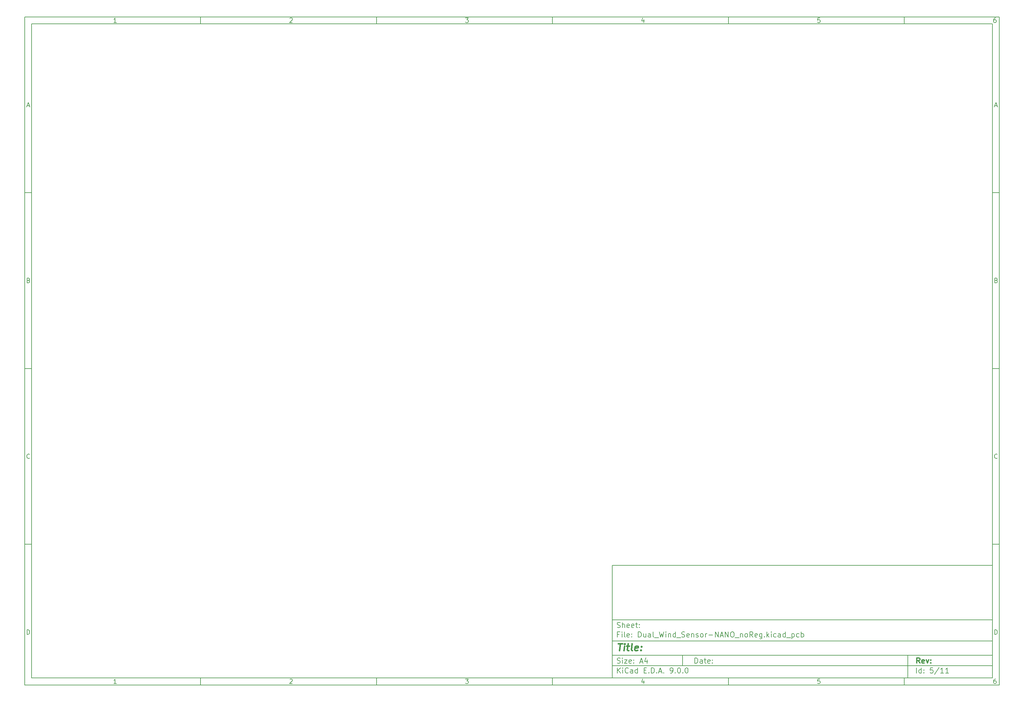
<source format=gbr>
%TF.GenerationSoftware,KiCad,Pcbnew,9.0.0*%
%TF.CreationDate,2025-05-27T12:16:38+03:00*%
%TF.ProjectId,Dual_Wind_Sensor-NANO_noReg,4475616c-5f57-4696-9e64-5f53656e736f,rev?*%
%TF.SameCoordinates,Original*%
%TF.FileFunction,Paste,Top*%
%TF.FilePolarity,Positive*%
%FSLAX46Y46*%
G04 Gerber Fmt 4.6, Leading zero omitted, Abs format (unit mm)*
G04 Created by KiCad (PCBNEW 9.0.0) date 2025-05-27 12:16:38*
%MOMM*%
%LPD*%
G01*
G04 APERTURE LIST*
%ADD10C,0.100000*%
%ADD11C,0.150000*%
%ADD12C,0.300000*%
%ADD13C,0.400000*%
G04 APERTURE END LIST*
D10*
D11*
X177002200Y-166007200D02*
X285002200Y-166007200D01*
X285002200Y-198007200D01*
X177002200Y-198007200D01*
X177002200Y-166007200D01*
D10*
D11*
X10000000Y-10000000D02*
X287002200Y-10000000D01*
X287002200Y-200007200D01*
X10000000Y-200007200D01*
X10000000Y-10000000D01*
D10*
D11*
X12000000Y-12000000D02*
X285002200Y-12000000D01*
X285002200Y-198007200D01*
X12000000Y-198007200D01*
X12000000Y-12000000D01*
D10*
D11*
X60000000Y-12000000D02*
X60000000Y-10000000D01*
D10*
D11*
X110000000Y-12000000D02*
X110000000Y-10000000D01*
D10*
D11*
X160000000Y-12000000D02*
X160000000Y-10000000D01*
D10*
D11*
X210000000Y-12000000D02*
X210000000Y-10000000D01*
D10*
D11*
X260000000Y-12000000D02*
X260000000Y-10000000D01*
D10*
D11*
X36089160Y-11593604D02*
X35346303Y-11593604D01*
X35717731Y-11593604D02*
X35717731Y-10293604D01*
X35717731Y-10293604D02*
X35593922Y-10479319D01*
X35593922Y-10479319D02*
X35470112Y-10603128D01*
X35470112Y-10603128D02*
X35346303Y-10665033D01*
D10*
D11*
X85346303Y-10417414D02*
X85408207Y-10355509D01*
X85408207Y-10355509D02*
X85532017Y-10293604D01*
X85532017Y-10293604D02*
X85841541Y-10293604D01*
X85841541Y-10293604D02*
X85965350Y-10355509D01*
X85965350Y-10355509D02*
X86027255Y-10417414D01*
X86027255Y-10417414D02*
X86089160Y-10541223D01*
X86089160Y-10541223D02*
X86089160Y-10665033D01*
X86089160Y-10665033D02*
X86027255Y-10850747D01*
X86027255Y-10850747D02*
X85284398Y-11593604D01*
X85284398Y-11593604D02*
X86089160Y-11593604D01*
D10*
D11*
X135284398Y-10293604D02*
X136089160Y-10293604D01*
X136089160Y-10293604D02*
X135655826Y-10788842D01*
X135655826Y-10788842D02*
X135841541Y-10788842D01*
X135841541Y-10788842D02*
X135965350Y-10850747D01*
X135965350Y-10850747D02*
X136027255Y-10912652D01*
X136027255Y-10912652D02*
X136089160Y-11036461D01*
X136089160Y-11036461D02*
X136089160Y-11345985D01*
X136089160Y-11345985D02*
X136027255Y-11469795D01*
X136027255Y-11469795D02*
X135965350Y-11531700D01*
X135965350Y-11531700D02*
X135841541Y-11593604D01*
X135841541Y-11593604D02*
X135470112Y-11593604D01*
X135470112Y-11593604D02*
X135346303Y-11531700D01*
X135346303Y-11531700D02*
X135284398Y-11469795D01*
D10*
D11*
X185965350Y-10726938D02*
X185965350Y-11593604D01*
X185655826Y-10231700D02*
X185346303Y-11160271D01*
X185346303Y-11160271D02*
X186151064Y-11160271D01*
D10*
D11*
X236027255Y-10293604D02*
X235408207Y-10293604D01*
X235408207Y-10293604D02*
X235346303Y-10912652D01*
X235346303Y-10912652D02*
X235408207Y-10850747D01*
X235408207Y-10850747D02*
X235532017Y-10788842D01*
X235532017Y-10788842D02*
X235841541Y-10788842D01*
X235841541Y-10788842D02*
X235965350Y-10850747D01*
X235965350Y-10850747D02*
X236027255Y-10912652D01*
X236027255Y-10912652D02*
X236089160Y-11036461D01*
X236089160Y-11036461D02*
X236089160Y-11345985D01*
X236089160Y-11345985D02*
X236027255Y-11469795D01*
X236027255Y-11469795D02*
X235965350Y-11531700D01*
X235965350Y-11531700D02*
X235841541Y-11593604D01*
X235841541Y-11593604D02*
X235532017Y-11593604D01*
X235532017Y-11593604D02*
X235408207Y-11531700D01*
X235408207Y-11531700D02*
X235346303Y-11469795D01*
D10*
D11*
X285965350Y-10293604D02*
X285717731Y-10293604D01*
X285717731Y-10293604D02*
X285593922Y-10355509D01*
X285593922Y-10355509D02*
X285532017Y-10417414D01*
X285532017Y-10417414D02*
X285408207Y-10603128D01*
X285408207Y-10603128D02*
X285346303Y-10850747D01*
X285346303Y-10850747D02*
X285346303Y-11345985D01*
X285346303Y-11345985D02*
X285408207Y-11469795D01*
X285408207Y-11469795D02*
X285470112Y-11531700D01*
X285470112Y-11531700D02*
X285593922Y-11593604D01*
X285593922Y-11593604D02*
X285841541Y-11593604D01*
X285841541Y-11593604D02*
X285965350Y-11531700D01*
X285965350Y-11531700D02*
X286027255Y-11469795D01*
X286027255Y-11469795D02*
X286089160Y-11345985D01*
X286089160Y-11345985D02*
X286089160Y-11036461D01*
X286089160Y-11036461D02*
X286027255Y-10912652D01*
X286027255Y-10912652D02*
X285965350Y-10850747D01*
X285965350Y-10850747D02*
X285841541Y-10788842D01*
X285841541Y-10788842D02*
X285593922Y-10788842D01*
X285593922Y-10788842D02*
X285470112Y-10850747D01*
X285470112Y-10850747D02*
X285408207Y-10912652D01*
X285408207Y-10912652D02*
X285346303Y-11036461D01*
D10*
D11*
X60000000Y-198007200D02*
X60000000Y-200007200D01*
D10*
D11*
X110000000Y-198007200D02*
X110000000Y-200007200D01*
D10*
D11*
X160000000Y-198007200D02*
X160000000Y-200007200D01*
D10*
D11*
X210000000Y-198007200D02*
X210000000Y-200007200D01*
D10*
D11*
X260000000Y-198007200D02*
X260000000Y-200007200D01*
D10*
D11*
X36089160Y-199600804D02*
X35346303Y-199600804D01*
X35717731Y-199600804D02*
X35717731Y-198300804D01*
X35717731Y-198300804D02*
X35593922Y-198486519D01*
X35593922Y-198486519D02*
X35470112Y-198610328D01*
X35470112Y-198610328D02*
X35346303Y-198672233D01*
D10*
D11*
X85346303Y-198424614D02*
X85408207Y-198362709D01*
X85408207Y-198362709D02*
X85532017Y-198300804D01*
X85532017Y-198300804D02*
X85841541Y-198300804D01*
X85841541Y-198300804D02*
X85965350Y-198362709D01*
X85965350Y-198362709D02*
X86027255Y-198424614D01*
X86027255Y-198424614D02*
X86089160Y-198548423D01*
X86089160Y-198548423D02*
X86089160Y-198672233D01*
X86089160Y-198672233D02*
X86027255Y-198857947D01*
X86027255Y-198857947D02*
X85284398Y-199600804D01*
X85284398Y-199600804D02*
X86089160Y-199600804D01*
D10*
D11*
X135284398Y-198300804D02*
X136089160Y-198300804D01*
X136089160Y-198300804D02*
X135655826Y-198796042D01*
X135655826Y-198796042D02*
X135841541Y-198796042D01*
X135841541Y-198796042D02*
X135965350Y-198857947D01*
X135965350Y-198857947D02*
X136027255Y-198919852D01*
X136027255Y-198919852D02*
X136089160Y-199043661D01*
X136089160Y-199043661D02*
X136089160Y-199353185D01*
X136089160Y-199353185D02*
X136027255Y-199476995D01*
X136027255Y-199476995D02*
X135965350Y-199538900D01*
X135965350Y-199538900D02*
X135841541Y-199600804D01*
X135841541Y-199600804D02*
X135470112Y-199600804D01*
X135470112Y-199600804D02*
X135346303Y-199538900D01*
X135346303Y-199538900D02*
X135284398Y-199476995D01*
D10*
D11*
X185965350Y-198734138D02*
X185965350Y-199600804D01*
X185655826Y-198238900D02*
X185346303Y-199167471D01*
X185346303Y-199167471D02*
X186151064Y-199167471D01*
D10*
D11*
X236027255Y-198300804D02*
X235408207Y-198300804D01*
X235408207Y-198300804D02*
X235346303Y-198919852D01*
X235346303Y-198919852D02*
X235408207Y-198857947D01*
X235408207Y-198857947D02*
X235532017Y-198796042D01*
X235532017Y-198796042D02*
X235841541Y-198796042D01*
X235841541Y-198796042D02*
X235965350Y-198857947D01*
X235965350Y-198857947D02*
X236027255Y-198919852D01*
X236027255Y-198919852D02*
X236089160Y-199043661D01*
X236089160Y-199043661D02*
X236089160Y-199353185D01*
X236089160Y-199353185D02*
X236027255Y-199476995D01*
X236027255Y-199476995D02*
X235965350Y-199538900D01*
X235965350Y-199538900D02*
X235841541Y-199600804D01*
X235841541Y-199600804D02*
X235532017Y-199600804D01*
X235532017Y-199600804D02*
X235408207Y-199538900D01*
X235408207Y-199538900D02*
X235346303Y-199476995D01*
D10*
D11*
X285965350Y-198300804D02*
X285717731Y-198300804D01*
X285717731Y-198300804D02*
X285593922Y-198362709D01*
X285593922Y-198362709D02*
X285532017Y-198424614D01*
X285532017Y-198424614D02*
X285408207Y-198610328D01*
X285408207Y-198610328D02*
X285346303Y-198857947D01*
X285346303Y-198857947D02*
X285346303Y-199353185D01*
X285346303Y-199353185D02*
X285408207Y-199476995D01*
X285408207Y-199476995D02*
X285470112Y-199538900D01*
X285470112Y-199538900D02*
X285593922Y-199600804D01*
X285593922Y-199600804D02*
X285841541Y-199600804D01*
X285841541Y-199600804D02*
X285965350Y-199538900D01*
X285965350Y-199538900D02*
X286027255Y-199476995D01*
X286027255Y-199476995D02*
X286089160Y-199353185D01*
X286089160Y-199353185D02*
X286089160Y-199043661D01*
X286089160Y-199043661D02*
X286027255Y-198919852D01*
X286027255Y-198919852D02*
X285965350Y-198857947D01*
X285965350Y-198857947D02*
X285841541Y-198796042D01*
X285841541Y-198796042D02*
X285593922Y-198796042D01*
X285593922Y-198796042D02*
X285470112Y-198857947D01*
X285470112Y-198857947D02*
X285408207Y-198919852D01*
X285408207Y-198919852D02*
X285346303Y-199043661D01*
D10*
D11*
X10000000Y-60000000D02*
X12000000Y-60000000D01*
D10*
D11*
X10000000Y-110000000D02*
X12000000Y-110000000D01*
D10*
D11*
X10000000Y-160000000D02*
X12000000Y-160000000D01*
D10*
D11*
X10690476Y-35222176D02*
X11309523Y-35222176D01*
X10566666Y-35593604D02*
X10999999Y-34293604D01*
X10999999Y-34293604D02*
X11433333Y-35593604D01*
D10*
D11*
X11092857Y-84912652D02*
X11278571Y-84974557D01*
X11278571Y-84974557D02*
X11340476Y-85036461D01*
X11340476Y-85036461D02*
X11402380Y-85160271D01*
X11402380Y-85160271D02*
X11402380Y-85345985D01*
X11402380Y-85345985D02*
X11340476Y-85469795D01*
X11340476Y-85469795D02*
X11278571Y-85531700D01*
X11278571Y-85531700D02*
X11154761Y-85593604D01*
X11154761Y-85593604D02*
X10659523Y-85593604D01*
X10659523Y-85593604D02*
X10659523Y-84293604D01*
X10659523Y-84293604D02*
X11092857Y-84293604D01*
X11092857Y-84293604D02*
X11216666Y-84355509D01*
X11216666Y-84355509D02*
X11278571Y-84417414D01*
X11278571Y-84417414D02*
X11340476Y-84541223D01*
X11340476Y-84541223D02*
X11340476Y-84665033D01*
X11340476Y-84665033D02*
X11278571Y-84788842D01*
X11278571Y-84788842D02*
X11216666Y-84850747D01*
X11216666Y-84850747D02*
X11092857Y-84912652D01*
X11092857Y-84912652D02*
X10659523Y-84912652D01*
D10*
D11*
X11402380Y-135469795D02*
X11340476Y-135531700D01*
X11340476Y-135531700D02*
X11154761Y-135593604D01*
X11154761Y-135593604D02*
X11030952Y-135593604D01*
X11030952Y-135593604D02*
X10845238Y-135531700D01*
X10845238Y-135531700D02*
X10721428Y-135407890D01*
X10721428Y-135407890D02*
X10659523Y-135284080D01*
X10659523Y-135284080D02*
X10597619Y-135036461D01*
X10597619Y-135036461D02*
X10597619Y-134850747D01*
X10597619Y-134850747D02*
X10659523Y-134603128D01*
X10659523Y-134603128D02*
X10721428Y-134479319D01*
X10721428Y-134479319D02*
X10845238Y-134355509D01*
X10845238Y-134355509D02*
X11030952Y-134293604D01*
X11030952Y-134293604D02*
X11154761Y-134293604D01*
X11154761Y-134293604D02*
X11340476Y-134355509D01*
X11340476Y-134355509D02*
X11402380Y-134417414D01*
D10*
D11*
X10659523Y-185593604D02*
X10659523Y-184293604D01*
X10659523Y-184293604D02*
X10969047Y-184293604D01*
X10969047Y-184293604D02*
X11154761Y-184355509D01*
X11154761Y-184355509D02*
X11278571Y-184479319D01*
X11278571Y-184479319D02*
X11340476Y-184603128D01*
X11340476Y-184603128D02*
X11402380Y-184850747D01*
X11402380Y-184850747D02*
X11402380Y-185036461D01*
X11402380Y-185036461D02*
X11340476Y-185284080D01*
X11340476Y-185284080D02*
X11278571Y-185407890D01*
X11278571Y-185407890D02*
X11154761Y-185531700D01*
X11154761Y-185531700D02*
X10969047Y-185593604D01*
X10969047Y-185593604D02*
X10659523Y-185593604D01*
D10*
D11*
X287002200Y-60000000D02*
X285002200Y-60000000D01*
D10*
D11*
X287002200Y-110000000D02*
X285002200Y-110000000D01*
D10*
D11*
X287002200Y-160000000D02*
X285002200Y-160000000D01*
D10*
D11*
X285692676Y-35222176D02*
X286311723Y-35222176D01*
X285568866Y-35593604D02*
X286002199Y-34293604D01*
X286002199Y-34293604D02*
X286435533Y-35593604D01*
D10*
D11*
X286095057Y-84912652D02*
X286280771Y-84974557D01*
X286280771Y-84974557D02*
X286342676Y-85036461D01*
X286342676Y-85036461D02*
X286404580Y-85160271D01*
X286404580Y-85160271D02*
X286404580Y-85345985D01*
X286404580Y-85345985D02*
X286342676Y-85469795D01*
X286342676Y-85469795D02*
X286280771Y-85531700D01*
X286280771Y-85531700D02*
X286156961Y-85593604D01*
X286156961Y-85593604D02*
X285661723Y-85593604D01*
X285661723Y-85593604D02*
X285661723Y-84293604D01*
X285661723Y-84293604D02*
X286095057Y-84293604D01*
X286095057Y-84293604D02*
X286218866Y-84355509D01*
X286218866Y-84355509D02*
X286280771Y-84417414D01*
X286280771Y-84417414D02*
X286342676Y-84541223D01*
X286342676Y-84541223D02*
X286342676Y-84665033D01*
X286342676Y-84665033D02*
X286280771Y-84788842D01*
X286280771Y-84788842D02*
X286218866Y-84850747D01*
X286218866Y-84850747D02*
X286095057Y-84912652D01*
X286095057Y-84912652D02*
X285661723Y-84912652D01*
D10*
D11*
X286404580Y-135469795D02*
X286342676Y-135531700D01*
X286342676Y-135531700D02*
X286156961Y-135593604D01*
X286156961Y-135593604D02*
X286033152Y-135593604D01*
X286033152Y-135593604D02*
X285847438Y-135531700D01*
X285847438Y-135531700D02*
X285723628Y-135407890D01*
X285723628Y-135407890D02*
X285661723Y-135284080D01*
X285661723Y-135284080D02*
X285599819Y-135036461D01*
X285599819Y-135036461D02*
X285599819Y-134850747D01*
X285599819Y-134850747D02*
X285661723Y-134603128D01*
X285661723Y-134603128D02*
X285723628Y-134479319D01*
X285723628Y-134479319D02*
X285847438Y-134355509D01*
X285847438Y-134355509D02*
X286033152Y-134293604D01*
X286033152Y-134293604D02*
X286156961Y-134293604D01*
X286156961Y-134293604D02*
X286342676Y-134355509D01*
X286342676Y-134355509D02*
X286404580Y-134417414D01*
D10*
D11*
X285661723Y-185593604D02*
X285661723Y-184293604D01*
X285661723Y-184293604D02*
X285971247Y-184293604D01*
X285971247Y-184293604D02*
X286156961Y-184355509D01*
X286156961Y-184355509D02*
X286280771Y-184479319D01*
X286280771Y-184479319D02*
X286342676Y-184603128D01*
X286342676Y-184603128D02*
X286404580Y-184850747D01*
X286404580Y-184850747D02*
X286404580Y-185036461D01*
X286404580Y-185036461D02*
X286342676Y-185284080D01*
X286342676Y-185284080D02*
X286280771Y-185407890D01*
X286280771Y-185407890D02*
X286156961Y-185531700D01*
X286156961Y-185531700D02*
X285971247Y-185593604D01*
X285971247Y-185593604D02*
X285661723Y-185593604D01*
D10*
D11*
X200458026Y-193793328D02*
X200458026Y-192293328D01*
X200458026Y-192293328D02*
X200815169Y-192293328D01*
X200815169Y-192293328D02*
X201029455Y-192364757D01*
X201029455Y-192364757D02*
X201172312Y-192507614D01*
X201172312Y-192507614D02*
X201243741Y-192650471D01*
X201243741Y-192650471D02*
X201315169Y-192936185D01*
X201315169Y-192936185D02*
X201315169Y-193150471D01*
X201315169Y-193150471D02*
X201243741Y-193436185D01*
X201243741Y-193436185D02*
X201172312Y-193579042D01*
X201172312Y-193579042D02*
X201029455Y-193721900D01*
X201029455Y-193721900D02*
X200815169Y-193793328D01*
X200815169Y-193793328D02*
X200458026Y-193793328D01*
X202600884Y-193793328D02*
X202600884Y-193007614D01*
X202600884Y-193007614D02*
X202529455Y-192864757D01*
X202529455Y-192864757D02*
X202386598Y-192793328D01*
X202386598Y-192793328D02*
X202100884Y-192793328D01*
X202100884Y-192793328D02*
X201958026Y-192864757D01*
X202600884Y-193721900D02*
X202458026Y-193793328D01*
X202458026Y-193793328D02*
X202100884Y-193793328D01*
X202100884Y-193793328D02*
X201958026Y-193721900D01*
X201958026Y-193721900D02*
X201886598Y-193579042D01*
X201886598Y-193579042D02*
X201886598Y-193436185D01*
X201886598Y-193436185D02*
X201958026Y-193293328D01*
X201958026Y-193293328D02*
X202100884Y-193221900D01*
X202100884Y-193221900D02*
X202458026Y-193221900D01*
X202458026Y-193221900D02*
X202600884Y-193150471D01*
X203100884Y-192793328D02*
X203672312Y-192793328D01*
X203315169Y-192293328D02*
X203315169Y-193579042D01*
X203315169Y-193579042D02*
X203386598Y-193721900D01*
X203386598Y-193721900D02*
X203529455Y-193793328D01*
X203529455Y-193793328D02*
X203672312Y-193793328D01*
X204743741Y-193721900D02*
X204600884Y-193793328D01*
X204600884Y-193793328D02*
X204315170Y-193793328D01*
X204315170Y-193793328D02*
X204172312Y-193721900D01*
X204172312Y-193721900D02*
X204100884Y-193579042D01*
X204100884Y-193579042D02*
X204100884Y-193007614D01*
X204100884Y-193007614D02*
X204172312Y-192864757D01*
X204172312Y-192864757D02*
X204315170Y-192793328D01*
X204315170Y-192793328D02*
X204600884Y-192793328D01*
X204600884Y-192793328D02*
X204743741Y-192864757D01*
X204743741Y-192864757D02*
X204815170Y-193007614D01*
X204815170Y-193007614D02*
X204815170Y-193150471D01*
X204815170Y-193150471D02*
X204100884Y-193293328D01*
X205458026Y-193650471D02*
X205529455Y-193721900D01*
X205529455Y-193721900D02*
X205458026Y-193793328D01*
X205458026Y-193793328D02*
X205386598Y-193721900D01*
X205386598Y-193721900D02*
X205458026Y-193650471D01*
X205458026Y-193650471D02*
X205458026Y-193793328D01*
X205458026Y-192864757D02*
X205529455Y-192936185D01*
X205529455Y-192936185D02*
X205458026Y-193007614D01*
X205458026Y-193007614D02*
X205386598Y-192936185D01*
X205386598Y-192936185D02*
X205458026Y-192864757D01*
X205458026Y-192864757D02*
X205458026Y-193007614D01*
D10*
D11*
X177002200Y-194507200D02*
X285002200Y-194507200D01*
D10*
D11*
X178458026Y-196593328D02*
X178458026Y-195093328D01*
X179315169Y-196593328D02*
X178672312Y-195736185D01*
X179315169Y-195093328D02*
X178458026Y-195950471D01*
X179958026Y-196593328D02*
X179958026Y-195593328D01*
X179958026Y-195093328D02*
X179886598Y-195164757D01*
X179886598Y-195164757D02*
X179958026Y-195236185D01*
X179958026Y-195236185D02*
X180029455Y-195164757D01*
X180029455Y-195164757D02*
X179958026Y-195093328D01*
X179958026Y-195093328D02*
X179958026Y-195236185D01*
X181529455Y-196450471D02*
X181458027Y-196521900D01*
X181458027Y-196521900D02*
X181243741Y-196593328D01*
X181243741Y-196593328D02*
X181100884Y-196593328D01*
X181100884Y-196593328D02*
X180886598Y-196521900D01*
X180886598Y-196521900D02*
X180743741Y-196379042D01*
X180743741Y-196379042D02*
X180672312Y-196236185D01*
X180672312Y-196236185D02*
X180600884Y-195950471D01*
X180600884Y-195950471D02*
X180600884Y-195736185D01*
X180600884Y-195736185D02*
X180672312Y-195450471D01*
X180672312Y-195450471D02*
X180743741Y-195307614D01*
X180743741Y-195307614D02*
X180886598Y-195164757D01*
X180886598Y-195164757D02*
X181100884Y-195093328D01*
X181100884Y-195093328D02*
X181243741Y-195093328D01*
X181243741Y-195093328D02*
X181458027Y-195164757D01*
X181458027Y-195164757D02*
X181529455Y-195236185D01*
X182815170Y-196593328D02*
X182815170Y-195807614D01*
X182815170Y-195807614D02*
X182743741Y-195664757D01*
X182743741Y-195664757D02*
X182600884Y-195593328D01*
X182600884Y-195593328D02*
X182315170Y-195593328D01*
X182315170Y-195593328D02*
X182172312Y-195664757D01*
X182815170Y-196521900D02*
X182672312Y-196593328D01*
X182672312Y-196593328D02*
X182315170Y-196593328D01*
X182315170Y-196593328D02*
X182172312Y-196521900D01*
X182172312Y-196521900D02*
X182100884Y-196379042D01*
X182100884Y-196379042D02*
X182100884Y-196236185D01*
X182100884Y-196236185D02*
X182172312Y-196093328D01*
X182172312Y-196093328D02*
X182315170Y-196021900D01*
X182315170Y-196021900D02*
X182672312Y-196021900D01*
X182672312Y-196021900D02*
X182815170Y-195950471D01*
X184172313Y-196593328D02*
X184172313Y-195093328D01*
X184172313Y-196521900D02*
X184029455Y-196593328D01*
X184029455Y-196593328D02*
X183743741Y-196593328D01*
X183743741Y-196593328D02*
X183600884Y-196521900D01*
X183600884Y-196521900D02*
X183529455Y-196450471D01*
X183529455Y-196450471D02*
X183458027Y-196307614D01*
X183458027Y-196307614D02*
X183458027Y-195879042D01*
X183458027Y-195879042D02*
X183529455Y-195736185D01*
X183529455Y-195736185D02*
X183600884Y-195664757D01*
X183600884Y-195664757D02*
X183743741Y-195593328D01*
X183743741Y-195593328D02*
X184029455Y-195593328D01*
X184029455Y-195593328D02*
X184172313Y-195664757D01*
X186029455Y-195807614D02*
X186529455Y-195807614D01*
X186743741Y-196593328D02*
X186029455Y-196593328D01*
X186029455Y-196593328D02*
X186029455Y-195093328D01*
X186029455Y-195093328D02*
X186743741Y-195093328D01*
X187386598Y-196450471D02*
X187458027Y-196521900D01*
X187458027Y-196521900D02*
X187386598Y-196593328D01*
X187386598Y-196593328D02*
X187315170Y-196521900D01*
X187315170Y-196521900D02*
X187386598Y-196450471D01*
X187386598Y-196450471D02*
X187386598Y-196593328D01*
X188100884Y-196593328D02*
X188100884Y-195093328D01*
X188100884Y-195093328D02*
X188458027Y-195093328D01*
X188458027Y-195093328D02*
X188672313Y-195164757D01*
X188672313Y-195164757D02*
X188815170Y-195307614D01*
X188815170Y-195307614D02*
X188886599Y-195450471D01*
X188886599Y-195450471D02*
X188958027Y-195736185D01*
X188958027Y-195736185D02*
X188958027Y-195950471D01*
X188958027Y-195950471D02*
X188886599Y-196236185D01*
X188886599Y-196236185D02*
X188815170Y-196379042D01*
X188815170Y-196379042D02*
X188672313Y-196521900D01*
X188672313Y-196521900D02*
X188458027Y-196593328D01*
X188458027Y-196593328D02*
X188100884Y-196593328D01*
X189600884Y-196450471D02*
X189672313Y-196521900D01*
X189672313Y-196521900D02*
X189600884Y-196593328D01*
X189600884Y-196593328D02*
X189529456Y-196521900D01*
X189529456Y-196521900D02*
X189600884Y-196450471D01*
X189600884Y-196450471D02*
X189600884Y-196593328D01*
X190243742Y-196164757D02*
X190958028Y-196164757D01*
X190100885Y-196593328D02*
X190600885Y-195093328D01*
X190600885Y-195093328D02*
X191100885Y-196593328D01*
X191600884Y-196450471D02*
X191672313Y-196521900D01*
X191672313Y-196521900D02*
X191600884Y-196593328D01*
X191600884Y-196593328D02*
X191529456Y-196521900D01*
X191529456Y-196521900D02*
X191600884Y-196450471D01*
X191600884Y-196450471D02*
X191600884Y-196593328D01*
X193529456Y-196593328D02*
X193815170Y-196593328D01*
X193815170Y-196593328D02*
X193958027Y-196521900D01*
X193958027Y-196521900D02*
X194029456Y-196450471D01*
X194029456Y-196450471D02*
X194172313Y-196236185D01*
X194172313Y-196236185D02*
X194243742Y-195950471D01*
X194243742Y-195950471D02*
X194243742Y-195379042D01*
X194243742Y-195379042D02*
X194172313Y-195236185D01*
X194172313Y-195236185D02*
X194100885Y-195164757D01*
X194100885Y-195164757D02*
X193958027Y-195093328D01*
X193958027Y-195093328D02*
X193672313Y-195093328D01*
X193672313Y-195093328D02*
X193529456Y-195164757D01*
X193529456Y-195164757D02*
X193458027Y-195236185D01*
X193458027Y-195236185D02*
X193386599Y-195379042D01*
X193386599Y-195379042D02*
X193386599Y-195736185D01*
X193386599Y-195736185D02*
X193458027Y-195879042D01*
X193458027Y-195879042D02*
X193529456Y-195950471D01*
X193529456Y-195950471D02*
X193672313Y-196021900D01*
X193672313Y-196021900D02*
X193958027Y-196021900D01*
X193958027Y-196021900D02*
X194100885Y-195950471D01*
X194100885Y-195950471D02*
X194172313Y-195879042D01*
X194172313Y-195879042D02*
X194243742Y-195736185D01*
X194886598Y-196450471D02*
X194958027Y-196521900D01*
X194958027Y-196521900D02*
X194886598Y-196593328D01*
X194886598Y-196593328D02*
X194815170Y-196521900D01*
X194815170Y-196521900D02*
X194886598Y-196450471D01*
X194886598Y-196450471D02*
X194886598Y-196593328D01*
X195886599Y-195093328D02*
X196029456Y-195093328D01*
X196029456Y-195093328D02*
X196172313Y-195164757D01*
X196172313Y-195164757D02*
X196243742Y-195236185D01*
X196243742Y-195236185D02*
X196315170Y-195379042D01*
X196315170Y-195379042D02*
X196386599Y-195664757D01*
X196386599Y-195664757D02*
X196386599Y-196021900D01*
X196386599Y-196021900D02*
X196315170Y-196307614D01*
X196315170Y-196307614D02*
X196243742Y-196450471D01*
X196243742Y-196450471D02*
X196172313Y-196521900D01*
X196172313Y-196521900D02*
X196029456Y-196593328D01*
X196029456Y-196593328D02*
X195886599Y-196593328D01*
X195886599Y-196593328D02*
X195743742Y-196521900D01*
X195743742Y-196521900D02*
X195672313Y-196450471D01*
X195672313Y-196450471D02*
X195600884Y-196307614D01*
X195600884Y-196307614D02*
X195529456Y-196021900D01*
X195529456Y-196021900D02*
X195529456Y-195664757D01*
X195529456Y-195664757D02*
X195600884Y-195379042D01*
X195600884Y-195379042D02*
X195672313Y-195236185D01*
X195672313Y-195236185D02*
X195743742Y-195164757D01*
X195743742Y-195164757D02*
X195886599Y-195093328D01*
X197029455Y-196450471D02*
X197100884Y-196521900D01*
X197100884Y-196521900D02*
X197029455Y-196593328D01*
X197029455Y-196593328D02*
X196958027Y-196521900D01*
X196958027Y-196521900D02*
X197029455Y-196450471D01*
X197029455Y-196450471D02*
X197029455Y-196593328D01*
X198029456Y-195093328D02*
X198172313Y-195093328D01*
X198172313Y-195093328D02*
X198315170Y-195164757D01*
X198315170Y-195164757D02*
X198386599Y-195236185D01*
X198386599Y-195236185D02*
X198458027Y-195379042D01*
X198458027Y-195379042D02*
X198529456Y-195664757D01*
X198529456Y-195664757D02*
X198529456Y-196021900D01*
X198529456Y-196021900D02*
X198458027Y-196307614D01*
X198458027Y-196307614D02*
X198386599Y-196450471D01*
X198386599Y-196450471D02*
X198315170Y-196521900D01*
X198315170Y-196521900D02*
X198172313Y-196593328D01*
X198172313Y-196593328D02*
X198029456Y-196593328D01*
X198029456Y-196593328D02*
X197886599Y-196521900D01*
X197886599Y-196521900D02*
X197815170Y-196450471D01*
X197815170Y-196450471D02*
X197743741Y-196307614D01*
X197743741Y-196307614D02*
X197672313Y-196021900D01*
X197672313Y-196021900D02*
X197672313Y-195664757D01*
X197672313Y-195664757D02*
X197743741Y-195379042D01*
X197743741Y-195379042D02*
X197815170Y-195236185D01*
X197815170Y-195236185D02*
X197886599Y-195164757D01*
X197886599Y-195164757D02*
X198029456Y-195093328D01*
D10*
D11*
X177002200Y-191507200D02*
X285002200Y-191507200D01*
D10*
D12*
X264413853Y-193785528D02*
X263913853Y-193071242D01*
X263556710Y-193785528D02*
X263556710Y-192285528D01*
X263556710Y-192285528D02*
X264128139Y-192285528D01*
X264128139Y-192285528D02*
X264270996Y-192356957D01*
X264270996Y-192356957D02*
X264342425Y-192428385D01*
X264342425Y-192428385D02*
X264413853Y-192571242D01*
X264413853Y-192571242D02*
X264413853Y-192785528D01*
X264413853Y-192785528D02*
X264342425Y-192928385D01*
X264342425Y-192928385D02*
X264270996Y-192999814D01*
X264270996Y-192999814D02*
X264128139Y-193071242D01*
X264128139Y-193071242D02*
X263556710Y-193071242D01*
X265628139Y-193714100D02*
X265485282Y-193785528D01*
X265485282Y-193785528D02*
X265199568Y-193785528D01*
X265199568Y-193785528D02*
X265056710Y-193714100D01*
X265056710Y-193714100D02*
X264985282Y-193571242D01*
X264985282Y-193571242D02*
X264985282Y-192999814D01*
X264985282Y-192999814D02*
X265056710Y-192856957D01*
X265056710Y-192856957D02*
X265199568Y-192785528D01*
X265199568Y-192785528D02*
X265485282Y-192785528D01*
X265485282Y-192785528D02*
X265628139Y-192856957D01*
X265628139Y-192856957D02*
X265699568Y-192999814D01*
X265699568Y-192999814D02*
X265699568Y-193142671D01*
X265699568Y-193142671D02*
X264985282Y-193285528D01*
X266199567Y-192785528D02*
X266556710Y-193785528D01*
X266556710Y-193785528D02*
X266913853Y-192785528D01*
X267485281Y-193642671D02*
X267556710Y-193714100D01*
X267556710Y-193714100D02*
X267485281Y-193785528D01*
X267485281Y-193785528D02*
X267413853Y-193714100D01*
X267413853Y-193714100D02*
X267485281Y-193642671D01*
X267485281Y-193642671D02*
X267485281Y-193785528D01*
X267485281Y-192856957D02*
X267556710Y-192928385D01*
X267556710Y-192928385D02*
X267485281Y-192999814D01*
X267485281Y-192999814D02*
X267413853Y-192928385D01*
X267413853Y-192928385D02*
X267485281Y-192856957D01*
X267485281Y-192856957D02*
X267485281Y-192999814D01*
D10*
D11*
X178386598Y-193721900D02*
X178600884Y-193793328D01*
X178600884Y-193793328D02*
X178958026Y-193793328D01*
X178958026Y-193793328D02*
X179100884Y-193721900D01*
X179100884Y-193721900D02*
X179172312Y-193650471D01*
X179172312Y-193650471D02*
X179243741Y-193507614D01*
X179243741Y-193507614D02*
X179243741Y-193364757D01*
X179243741Y-193364757D02*
X179172312Y-193221900D01*
X179172312Y-193221900D02*
X179100884Y-193150471D01*
X179100884Y-193150471D02*
X178958026Y-193079042D01*
X178958026Y-193079042D02*
X178672312Y-193007614D01*
X178672312Y-193007614D02*
X178529455Y-192936185D01*
X178529455Y-192936185D02*
X178458026Y-192864757D01*
X178458026Y-192864757D02*
X178386598Y-192721900D01*
X178386598Y-192721900D02*
X178386598Y-192579042D01*
X178386598Y-192579042D02*
X178458026Y-192436185D01*
X178458026Y-192436185D02*
X178529455Y-192364757D01*
X178529455Y-192364757D02*
X178672312Y-192293328D01*
X178672312Y-192293328D02*
X179029455Y-192293328D01*
X179029455Y-192293328D02*
X179243741Y-192364757D01*
X179886597Y-193793328D02*
X179886597Y-192793328D01*
X179886597Y-192293328D02*
X179815169Y-192364757D01*
X179815169Y-192364757D02*
X179886597Y-192436185D01*
X179886597Y-192436185D02*
X179958026Y-192364757D01*
X179958026Y-192364757D02*
X179886597Y-192293328D01*
X179886597Y-192293328D02*
X179886597Y-192436185D01*
X180458026Y-192793328D02*
X181243741Y-192793328D01*
X181243741Y-192793328D02*
X180458026Y-193793328D01*
X180458026Y-193793328D02*
X181243741Y-193793328D01*
X182386598Y-193721900D02*
X182243741Y-193793328D01*
X182243741Y-193793328D02*
X181958027Y-193793328D01*
X181958027Y-193793328D02*
X181815169Y-193721900D01*
X181815169Y-193721900D02*
X181743741Y-193579042D01*
X181743741Y-193579042D02*
X181743741Y-193007614D01*
X181743741Y-193007614D02*
X181815169Y-192864757D01*
X181815169Y-192864757D02*
X181958027Y-192793328D01*
X181958027Y-192793328D02*
X182243741Y-192793328D01*
X182243741Y-192793328D02*
X182386598Y-192864757D01*
X182386598Y-192864757D02*
X182458027Y-193007614D01*
X182458027Y-193007614D02*
X182458027Y-193150471D01*
X182458027Y-193150471D02*
X181743741Y-193293328D01*
X183100883Y-193650471D02*
X183172312Y-193721900D01*
X183172312Y-193721900D02*
X183100883Y-193793328D01*
X183100883Y-193793328D02*
X183029455Y-193721900D01*
X183029455Y-193721900D02*
X183100883Y-193650471D01*
X183100883Y-193650471D02*
X183100883Y-193793328D01*
X183100883Y-192864757D02*
X183172312Y-192936185D01*
X183172312Y-192936185D02*
X183100883Y-193007614D01*
X183100883Y-193007614D02*
X183029455Y-192936185D01*
X183029455Y-192936185D02*
X183100883Y-192864757D01*
X183100883Y-192864757D02*
X183100883Y-193007614D01*
X184886598Y-193364757D02*
X185600884Y-193364757D01*
X184743741Y-193793328D02*
X185243741Y-192293328D01*
X185243741Y-192293328D02*
X185743741Y-193793328D01*
X186886598Y-192793328D02*
X186886598Y-193793328D01*
X186529455Y-192221900D02*
X186172312Y-193293328D01*
X186172312Y-193293328D02*
X187100883Y-193293328D01*
D10*
D11*
X263458026Y-196593328D02*
X263458026Y-195093328D01*
X264815170Y-196593328D02*
X264815170Y-195093328D01*
X264815170Y-196521900D02*
X264672312Y-196593328D01*
X264672312Y-196593328D02*
X264386598Y-196593328D01*
X264386598Y-196593328D02*
X264243741Y-196521900D01*
X264243741Y-196521900D02*
X264172312Y-196450471D01*
X264172312Y-196450471D02*
X264100884Y-196307614D01*
X264100884Y-196307614D02*
X264100884Y-195879042D01*
X264100884Y-195879042D02*
X264172312Y-195736185D01*
X264172312Y-195736185D02*
X264243741Y-195664757D01*
X264243741Y-195664757D02*
X264386598Y-195593328D01*
X264386598Y-195593328D02*
X264672312Y-195593328D01*
X264672312Y-195593328D02*
X264815170Y-195664757D01*
X265529455Y-196450471D02*
X265600884Y-196521900D01*
X265600884Y-196521900D02*
X265529455Y-196593328D01*
X265529455Y-196593328D02*
X265458027Y-196521900D01*
X265458027Y-196521900D02*
X265529455Y-196450471D01*
X265529455Y-196450471D02*
X265529455Y-196593328D01*
X265529455Y-195664757D02*
X265600884Y-195736185D01*
X265600884Y-195736185D02*
X265529455Y-195807614D01*
X265529455Y-195807614D02*
X265458027Y-195736185D01*
X265458027Y-195736185D02*
X265529455Y-195664757D01*
X265529455Y-195664757D02*
X265529455Y-195807614D01*
X268100884Y-195093328D02*
X267386598Y-195093328D01*
X267386598Y-195093328D02*
X267315170Y-195807614D01*
X267315170Y-195807614D02*
X267386598Y-195736185D01*
X267386598Y-195736185D02*
X267529456Y-195664757D01*
X267529456Y-195664757D02*
X267886598Y-195664757D01*
X267886598Y-195664757D02*
X268029456Y-195736185D01*
X268029456Y-195736185D02*
X268100884Y-195807614D01*
X268100884Y-195807614D02*
X268172313Y-195950471D01*
X268172313Y-195950471D02*
X268172313Y-196307614D01*
X268172313Y-196307614D02*
X268100884Y-196450471D01*
X268100884Y-196450471D02*
X268029456Y-196521900D01*
X268029456Y-196521900D02*
X267886598Y-196593328D01*
X267886598Y-196593328D02*
X267529456Y-196593328D01*
X267529456Y-196593328D02*
X267386598Y-196521900D01*
X267386598Y-196521900D02*
X267315170Y-196450471D01*
X269886598Y-195021900D02*
X268600884Y-196950471D01*
X271172313Y-196593328D02*
X270315170Y-196593328D01*
X270743741Y-196593328D02*
X270743741Y-195093328D01*
X270743741Y-195093328D02*
X270600884Y-195307614D01*
X270600884Y-195307614D02*
X270458027Y-195450471D01*
X270458027Y-195450471D02*
X270315170Y-195521900D01*
X272600884Y-196593328D02*
X271743741Y-196593328D01*
X272172312Y-196593328D02*
X272172312Y-195093328D01*
X272172312Y-195093328D02*
X272029455Y-195307614D01*
X272029455Y-195307614D02*
X271886598Y-195450471D01*
X271886598Y-195450471D02*
X271743741Y-195521900D01*
D10*
D11*
X177002200Y-187507200D02*
X285002200Y-187507200D01*
D10*
D13*
X178693928Y-188211638D02*
X179836785Y-188211638D01*
X179015357Y-190211638D02*
X179265357Y-188211638D01*
X180253452Y-190211638D02*
X180420119Y-188878304D01*
X180503452Y-188211638D02*
X180396309Y-188306876D01*
X180396309Y-188306876D02*
X180479643Y-188402114D01*
X180479643Y-188402114D02*
X180586786Y-188306876D01*
X180586786Y-188306876D02*
X180503452Y-188211638D01*
X180503452Y-188211638D02*
X180479643Y-188402114D01*
X181086786Y-188878304D02*
X181848690Y-188878304D01*
X181455833Y-188211638D02*
X181241548Y-189925923D01*
X181241548Y-189925923D02*
X181312976Y-190116400D01*
X181312976Y-190116400D02*
X181491548Y-190211638D01*
X181491548Y-190211638D02*
X181682024Y-190211638D01*
X182634405Y-190211638D02*
X182455833Y-190116400D01*
X182455833Y-190116400D02*
X182384405Y-189925923D01*
X182384405Y-189925923D02*
X182598690Y-188211638D01*
X184170119Y-190116400D02*
X183967738Y-190211638D01*
X183967738Y-190211638D02*
X183586785Y-190211638D01*
X183586785Y-190211638D02*
X183408214Y-190116400D01*
X183408214Y-190116400D02*
X183336785Y-189925923D01*
X183336785Y-189925923D02*
X183432024Y-189164019D01*
X183432024Y-189164019D02*
X183551071Y-188973542D01*
X183551071Y-188973542D02*
X183753452Y-188878304D01*
X183753452Y-188878304D02*
X184134404Y-188878304D01*
X184134404Y-188878304D02*
X184312976Y-188973542D01*
X184312976Y-188973542D02*
X184384404Y-189164019D01*
X184384404Y-189164019D02*
X184360595Y-189354495D01*
X184360595Y-189354495D02*
X183384404Y-189544971D01*
X185134405Y-190021161D02*
X185217738Y-190116400D01*
X185217738Y-190116400D02*
X185110595Y-190211638D01*
X185110595Y-190211638D02*
X185027262Y-190116400D01*
X185027262Y-190116400D02*
X185134405Y-190021161D01*
X185134405Y-190021161D02*
X185110595Y-190211638D01*
X185265357Y-188973542D02*
X185348690Y-189068780D01*
X185348690Y-189068780D02*
X185241548Y-189164019D01*
X185241548Y-189164019D02*
X185158214Y-189068780D01*
X185158214Y-189068780D02*
X185265357Y-188973542D01*
X185265357Y-188973542D02*
X185241548Y-189164019D01*
D10*
D11*
X178958026Y-185607614D02*
X178458026Y-185607614D01*
X178458026Y-186393328D02*
X178458026Y-184893328D01*
X178458026Y-184893328D02*
X179172312Y-184893328D01*
X179743740Y-186393328D02*
X179743740Y-185393328D01*
X179743740Y-184893328D02*
X179672312Y-184964757D01*
X179672312Y-184964757D02*
X179743740Y-185036185D01*
X179743740Y-185036185D02*
X179815169Y-184964757D01*
X179815169Y-184964757D02*
X179743740Y-184893328D01*
X179743740Y-184893328D02*
X179743740Y-185036185D01*
X180672312Y-186393328D02*
X180529455Y-186321900D01*
X180529455Y-186321900D02*
X180458026Y-186179042D01*
X180458026Y-186179042D02*
X180458026Y-184893328D01*
X181815169Y-186321900D02*
X181672312Y-186393328D01*
X181672312Y-186393328D02*
X181386598Y-186393328D01*
X181386598Y-186393328D02*
X181243740Y-186321900D01*
X181243740Y-186321900D02*
X181172312Y-186179042D01*
X181172312Y-186179042D02*
X181172312Y-185607614D01*
X181172312Y-185607614D02*
X181243740Y-185464757D01*
X181243740Y-185464757D02*
X181386598Y-185393328D01*
X181386598Y-185393328D02*
X181672312Y-185393328D01*
X181672312Y-185393328D02*
X181815169Y-185464757D01*
X181815169Y-185464757D02*
X181886598Y-185607614D01*
X181886598Y-185607614D02*
X181886598Y-185750471D01*
X181886598Y-185750471D02*
X181172312Y-185893328D01*
X182529454Y-186250471D02*
X182600883Y-186321900D01*
X182600883Y-186321900D02*
X182529454Y-186393328D01*
X182529454Y-186393328D02*
X182458026Y-186321900D01*
X182458026Y-186321900D02*
X182529454Y-186250471D01*
X182529454Y-186250471D02*
X182529454Y-186393328D01*
X182529454Y-185464757D02*
X182600883Y-185536185D01*
X182600883Y-185536185D02*
X182529454Y-185607614D01*
X182529454Y-185607614D02*
X182458026Y-185536185D01*
X182458026Y-185536185D02*
X182529454Y-185464757D01*
X182529454Y-185464757D02*
X182529454Y-185607614D01*
X184386597Y-186393328D02*
X184386597Y-184893328D01*
X184386597Y-184893328D02*
X184743740Y-184893328D01*
X184743740Y-184893328D02*
X184958026Y-184964757D01*
X184958026Y-184964757D02*
X185100883Y-185107614D01*
X185100883Y-185107614D02*
X185172312Y-185250471D01*
X185172312Y-185250471D02*
X185243740Y-185536185D01*
X185243740Y-185536185D02*
X185243740Y-185750471D01*
X185243740Y-185750471D02*
X185172312Y-186036185D01*
X185172312Y-186036185D02*
X185100883Y-186179042D01*
X185100883Y-186179042D02*
X184958026Y-186321900D01*
X184958026Y-186321900D02*
X184743740Y-186393328D01*
X184743740Y-186393328D02*
X184386597Y-186393328D01*
X186529455Y-185393328D02*
X186529455Y-186393328D01*
X185886597Y-185393328D02*
X185886597Y-186179042D01*
X185886597Y-186179042D02*
X185958026Y-186321900D01*
X185958026Y-186321900D02*
X186100883Y-186393328D01*
X186100883Y-186393328D02*
X186315169Y-186393328D01*
X186315169Y-186393328D02*
X186458026Y-186321900D01*
X186458026Y-186321900D02*
X186529455Y-186250471D01*
X187886598Y-186393328D02*
X187886598Y-185607614D01*
X187886598Y-185607614D02*
X187815169Y-185464757D01*
X187815169Y-185464757D02*
X187672312Y-185393328D01*
X187672312Y-185393328D02*
X187386598Y-185393328D01*
X187386598Y-185393328D02*
X187243740Y-185464757D01*
X187886598Y-186321900D02*
X187743740Y-186393328D01*
X187743740Y-186393328D02*
X187386598Y-186393328D01*
X187386598Y-186393328D02*
X187243740Y-186321900D01*
X187243740Y-186321900D02*
X187172312Y-186179042D01*
X187172312Y-186179042D02*
X187172312Y-186036185D01*
X187172312Y-186036185D02*
X187243740Y-185893328D01*
X187243740Y-185893328D02*
X187386598Y-185821900D01*
X187386598Y-185821900D02*
X187743740Y-185821900D01*
X187743740Y-185821900D02*
X187886598Y-185750471D01*
X188815169Y-186393328D02*
X188672312Y-186321900D01*
X188672312Y-186321900D02*
X188600883Y-186179042D01*
X188600883Y-186179042D02*
X188600883Y-184893328D01*
X189029455Y-186536185D02*
X190172312Y-186536185D01*
X190386597Y-184893328D02*
X190743740Y-186393328D01*
X190743740Y-186393328D02*
X191029454Y-185321900D01*
X191029454Y-185321900D02*
X191315169Y-186393328D01*
X191315169Y-186393328D02*
X191672312Y-184893328D01*
X192243740Y-186393328D02*
X192243740Y-185393328D01*
X192243740Y-184893328D02*
X192172312Y-184964757D01*
X192172312Y-184964757D02*
X192243740Y-185036185D01*
X192243740Y-185036185D02*
X192315169Y-184964757D01*
X192315169Y-184964757D02*
X192243740Y-184893328D01*
X192243740Y-184893328D02*
X192243740Y-185036185D01*
X192958026Y-185393328D02*
X192958026Y-186393328D01*
X192958026Y-185536185D02*
X193029455Y-185464757D01*
X193029455Y-185464757D02*
X193172312Y-185393328D01*
X193172312Y-185393328D02*
X193386598Y-185393328D01*
X193386598Y-185393328D02*
X193529455Y-185464757D01*
X193529455Y-185464757D02*
X193600884Y-185607614D01*
X193600884Y-185607614D02*
X193600884Y-186393328D01*
X194958027Y-186393328D02*
X194958027Y-184893328D01*
X194958027Y-186321900D02*
X194815169Y-186393328D01*
X194815169Y-186393328D02*
X194529455Y-186393328D01*
X194529455Y-186393328D02*
X194386598Y-186321900D01*
X194386598Y-186321900D02*
X194315169Y-186250471D01*
X194315169Y-186250471D02*
X194243741Y-186107614D01*
X194243741Y-186107614D02*
X194243741Y-185679042D01*
X194243741Y-185679042D02*
X194315169Y-185536185D01*
X194315169Y-185536185D02*
X194386598Y-185464757D01*
X194386598Y-185464757D02*
X194529455Y-185393328D01*
X194529455Y-185393328D02*
X194815169Y-185393328D01*
X194815169Y-185393328D02*
X194958027Y-185464757D01*
X195315170Y-186536185D02*
X196458027Y-186536185D01*
X196743741Y-186321900D02*
X196958027Y-186393328D01*
X196958027Y-186393328D02*
X197315169Y-186393328D01*
X197315169Y-186393328D02*
X197458027Y-186321900D01*
X197458027Y-186321900D02*
X197529455Y-186250471D01*
X197529455Y-186250471D02*
X197600884Y-186107614D01*
X197600884Y-186107614D02*
X197600884Y-185964757D01*
X197600884Y-185964757D02*
X197529455Y-185821900D01*
X197529455Y-185821900D02*
X197458027Y-185750471D01*
X197458027Y-185750471D02*
X197315169Y-185679042D01*
X197315169Y-185679042D02*
X197029455Y-185607614D01*
X197029455Y-185607614D02*
X196886598Y-185536185D01*
X196886598Y-185536185D02*
X196815169Y-185464757D01*
X196815169Y-185464757D02*
X196743741Y-185321900D01*
X196743741Y-185321900D02*
X196743741Y-185179042D01*
X196743741Y-185179042D02*
X196815169Y-185036185D01*
X196815169Y-185036185D02*
X196886598Y-184964757D01*
X196886598Y-184964757D02*
X197029455Y-184893328D01*
X197029455Y-184893328D02*
X197386598Y-184893328D01*
X197386598Y-184893328D02*
X197600884Y-184964757D01*
X198815169Y-186321900D02*
X198672312Y-186393328D01*
X198672312Y-186393328D02*
X198386598Y-186393328D01*
X198386598Y-186393328D02*
X198243740Y-186321900D01*
X198243740Y-186321900D02*
X198172312Y-186179042D01*
X198172312Y-186179042D02*
X198172312Y-185607614D01*
X198172312Y-185607614D02*
X198243740Y-185464757D01*
X198243740Y-185464757D02*
X198386598Y-185393328D01*
X198386598Y-185393328D02*
X198672312Y-185393328D01*
X198672312Y-185393328D02*
X198815169Y-185464757D01*
X198815169Y-185464757D02*
X198886598Y-185607614D01*
X198886598Y-185607614D02*
X198886598Y-185750471D01*
X198886598Y-185750471D02*
X198172312Y-185893328D01*
X199529454Y-185393328D02*
X199529454Y-186393328D01*
X199529454Y-185536185D02*
X199600883Y-185464757D01*
X199600883Y-185464757D02*
X199743740Y-185393328D01*
X199743740Y-185393328D02*
X199958026Y-185393328D01*
X199958026Y-185393328D02*
X200100883Y-185464757D01*
X200100883Y-185464757D02*
X200172312Y-185607614D01*
X200172312Y-185607614D02*
X200172312Y-186393328D01*
X200815169Y-186321900D02*
X200958026Y-186393328D01*
X200958026Y-186393328D02*
X201243740Y-186393328D01*
X201243740Y-186393328D02*
X201386597Y-186321900D01*
X201386597Y-186321900D02*
X201458026Y-186179042D01*
X201458026Y-186179042D02*
X201458026Y-186107614D01*
X201458026Y-186107614D02*
X201386597Y-185964757D01*
X201386597Y-185964757D02*
X201243740Y-185893328D01*
X201243740Y-185893328D02*
X201029455Y-185893328D01*
X201029455Y-185893328D02*
X200886597Y-185821900D01*
X200886597Y-185821900D02*
X200815169Y-185679042D01*
X200815169Y-185679042D02*
X200815169Y-185607614D01*
X200815169Y-185607614D02*
X200886597Y-185464757D01*
X200886597Y-185464757D02*
X201029455Y-185393328D01*
X201029455Y-185393328D02*
X201243740Y-185393328D01*
X201243740Y-185393328D02*
X201386597Y-185464757D01*
X202315169Y-186393328D02*
X202172312Y-186321900D01*
X202172312Y-186321900D02*
X202100883Y-186250471D01*
X202100883Y-186250471D02*
X202029455Y-186107614D01*
X202029455Y-186107614D02*
X202029455Y-185679042D01*
X202029455Y-185679042D02*
X202100883Y-185536185D01*
X202100883Y-185536185D02*
X202172312Y-185464757D01*
X202172312Y-185464757D02*
X202315169Y-185393328D01*
X202315169Y-185393328D02*
X202529455Y-185393328D01*
X202529455Y-185393328D02*
X202672312Y-185464757D01*
X202672312Y-185464757D02*
X202743741Y-185536185D01*
X202743741Y-185536185D02*
X202815169Y-185679042D01*
X202815169Y-185679042D02*
X202815169Y-186107614D01*
X202815169Y-186107614D02*
X202743741Y-186250471D01*
X202743741Y-186250471D02*
X202672312Y-186321900D01*
X202672312Y-186321900D02*
X202529455Y-186393328D01*
X202529455Y-186393328D02*
X202315169Y-186393328D01*
X203458026Y-186393328D02*
X203458026Y-185393328D01*
X203458026Y-185679042D02*
X203529455Y-185536185D01*
X203529455Y-185536185D02*
X203600884Y-185464757D01*
X203600884Y-185464757D02*
X203743741Y-185393328D01*
X203743741Y-185393328D02*
X203886598Y-185393328D01*
X204386597Y-185821900D02*
X205529455Y-185821900D01*
X206243740Y-186393328D02*
X206243740Y-184893328D01*
X206243740Y-184893328D02*
X207100883Y-186393328D01*
X207100883Y-186393328D02*
X207100883Y-184893328D01*
X207743741Y-185964757D02*
X208458027Y-185964757D01*
X207600884Y-186393328D02*
X208100884Y-184893328D01*
X208100884Y-184893328D02*
X208600884Y-186393328D01*
X209100883Y-186393328D02*
X209100883Y-184893328D01*
X209100883Y-184893328D02*
X209958026Y-186393328D01*
X209958026Y-186393328D02*
X209958026Y-184893328D01*
X210958027Y-184893328D02*
X211243741Y-184893328D01*
X211243741Y-184893328D02*
X211386598Y-184964757D01*
X211386598Y-184964757D02*
X211529455Y-185107614D01*
X211529455Y-185107614D02*
X211600884Y-185393328D01*
X211600884Y-185393328D02*
X211600884Y-185893328D01*
X211600884Y-185893328D02*
X211529455Y-186179042D01*
X211529455Y-186179042D02*
X211386598Y-186321900D01*
X211386598Y-186321900D02*
X211243741Y-186393328D01*
X211243741Y-186393328D02*
X210958027Y-186393328D01*
X210958027Y-186393328D02*
X210815170Y-186321900D01*
X210815170Y-186321900D02*
X210672312Y-186179042D01*
X210672312Y-186179042D02*
X210600884Y-185893328D01*
X210600884Y-185893328D02*
X210600884Y-185393328D01*
X210600884Y-185393328D02*
X210672312Y-185107614D01*
X210672312Y-185107614D02*
X210815170Y-184964757D01*
X210815170Y-184964757D02*
X210958027Y-184893328D01*
X211886599Y-186536185D02*
X213029456Y-186536185D01*
X213386598Y-185393328D02*
X213386598Y-186393328D01*
X213386598Y-185536185D02*
X213458027Y-185464757D01*
X213458027Y-185464757D02*
X213600884Y-185393328D01*
X213600884Y-185393328D02*
X213815170Y-185393328D01*
X213815170Y-185393328D02*
X213958027Y-185464757D01*
X213958027Y-185464757D02*
X214029456Y-185607614D01*
X214029456Y-185607614D02*
X214029456Y-186393328D01*
X214958027Y-186393328D02*
X214815170Y-186321900D01*
X214815170Y-186321900D02*
X214743741Y-186250471D01*
X214743741Y-186250471D02*
X214672313Y-186107614D01*
X214672313Y-186107614D02*
X214672313Y-185679042D01*
X214672313Y-185679042D02*
X214743741Y-185536185D01*
X214743741Y-185536185D02*
X214815170Y-185464757D01*
X214815170Y-185464757D02*
X214958027Y-185393328D01*
X214958027Y-185393328D02*
X215172313Y-185393328D01*
X215172313Y-185393328D02*
X215315170Y-185464757D01*
X215315170Y-185464757D02*
X215386599Y-185536185D01*
X215386599Y-185536185D02*
X215458027Y-185679042D01*
X215458027Y-185679042D02*
X215458027Y-186107614D01*
X215458027Y-186107614D02*
X215386599Y-186250471D01*
X215386599Y-186250471D02*
X215315170Y-186321900D01*
X215315170Y-186321900D02*
X215172313Y-186393328D01*
X215172313Y-186393328D02*
X214958027Y-186393328D01*
X216958027Y-186393328D02*
X216458027Y-185679042D01*
X216100884Y-186393328D02*
X216100884Y-184893328D01*
X216100884Y-184893328D02*
X216672313Y-184893328D01*
X216672313Y-184893328D02*
X216815170Y-184964757D01*
X216815170Y-184964757D02*
X216886599Y-185036185D01*
X216886599Y-185036185D02*
X216958027Y-185179042D01*
X216958027Y-185179042D02*
X216958027Y-185393328D01*
X216958027Y-185393328D02*
X216886599Y-185536185D01*
X216886599Y-185536185D02*
X216815170Y-185607614D01*
X216815170Y-185607614D02*
X216672313Y-185679042D01*
X216672313Y-185679042D02*
X216100884Y-185679042D01*
X218172313Y-186321900D02*
X218029456Y-186393328D01*
X218029456Y-186393328D02*
X217743742Y-186393328D01*
X217743742Y-186393328D02*
X217600884Y-186321900D01*
X217600884Y-186321900D02*
X217529456Y-186179042D01*
X217529456Y-186179042D02*
X217529456Y-185607614D01*
X217529456Y-185607614D02*
X217600884Y-185464757D01*
X217600884Y-185464757D02*
X217743742Y-185393328D01*
X217743742Y-185393328D02*
X218029456Y-185393328D01*
X218029456Y-185393328D02*
X218172313Y-185464757D01*
X218172313Y-185464757D02*
X218243742Y-185607614D01*
X218243742Y-185607614D02*
X218243742Y-185750471D01*
X218243742Y-185750471D02*
X217529456Y-185893328D01*
X219529456Y-185393328D02*
X219529456Y-186607614D01*
X219529456Y-186607614D02*
X219458027Y-186750471D01*
X219458027Y-186750471D02*
X219386598Y-186821900D01*
X219386598Y-186821900D02*
X219243741Y-186893328D01*
X219243741Y-186893328D02*
X219029456Y-186893328D01*
X219029456Y-186893328D02*
X218886598Y-186821900D01*
X219529456Y-186321900D02*
X219386598Y-186393328D01*
X219386598Y-186393328D02*
X219100884Y-186393328D01*
X219100884Y-186393328D02*
X218958027Y-186321900D01*
X218958027Y-186321900D02*
X218886598Y-186250471D01*
X218886598Y-186250471D02*
X218815170Y-186107614D01*
X218815170Y-186107614D02*
X218815170Y-185679042D01*
X218815170Y-185679042D02*
X218886598Y-185536185D01*
X218886598Y-185536185D02*
X218958027Y-185464757D01*
X218958027Y-185464757D02*
X219100884Y-185393328D01*
X219100884Y-185393328D02*
X219386598Y-185393328D01*
X219386598Y-185393328D02*
X219529456Y-185464757D01*
X220243741Y-186250471D02*
X220315170Y-186321900D01*
X220315170Y-186321900D02*
X220243741Y-186393328D01*
X220243741Y-186393328D02*
X220172313Y-186321900D01*
X220172313Y-186321900D02*
X220243741Y-186250471D01*
X220243741Y-186250471D02*
X220243741Y-186393328D01*
X220958027Y-186393328D02*
X220958027Y-184893328D01*
X221100885Y-185821900D02*
X221529456Y-186393328D01*
X221529456Y-185393328D02*
X220958027Y-185964757D01*
X222172313Y-186393328D02*
X222172313Y-185393328D01*
X222172313Y-184893328D02*
X222100885Y-184964757D01*
X222100885Y-184964757D02*
X222172313Y-185036185D01*
X222172313Y-185036185D02*
X222243742Y-184964757D01*
X222243742Y-184964757D02*
X222172313Y-184893328D01*
X222172313Y-184893328D02*
X222172313Y-185036185D01*
X223529457Y-186321900D02*
X223386599Y-186393328D01*
X223386599Y-186393328D02*
X223100885Y-186393328D01*
X223100885Y-186393328D02*
X222958028Y-186321900D01*
X222958028Y-186321900D02*
X222886599Y-186250471D01*
X222886599Y-186250471D02*
X222815171Y-186107614D01*
X222815171Y-186107614D02*
X222815171Y-185679042D01*
X222815171Y-185679042D02*
X222886599Y-185536185D01*
X222886599Y-185536185D02*
X222958028Y-185464757D01*
X222958028Y-185464757D02*
X223100885Y-185393328D01*
X223100885Y-185393328D02*
X223386599Y-185393328D01*
X223386599Y-185393328D02*
X223529457Y-185464757D01*
X224815171Y-186393328D02*
X224815171Y-185607614D01*
X224815171Y-185607614D02*
X224743742Y-185464757D01*
X224743742Y-185464757D02*
X224600885Y-185393328D01*
X224600885Y-185393328D02*
X224315171Y-185393328D01*
X224315171Y-185393328D02*
X224172313Y-185464757D01*
X224815171Y-186321900D02*
X224672313Y-186393328D01*
X224672313Y-186393328D02*
X224315171Y-186393328D01*
X224315171Y-186393328D02*
X224172313Y-186321900D01*
X224172313Y-186321900D02*
X224100885Y-186179042D01*
X224100885Y-186179042D02*
X224100885Y-186036185D01*
X224100885Y-186036185D02*
X224172313Y-185893328D01*
X224172313Y-185893328D02*
X224315171Y-185821900D01*
X224315171Y-185821900D02*
X224672313Y-185821900D01*
X224672313Y-185821900D02*
X224815171Y-185750471D01*
X226172314Y-186393328D02*
X226172314Y-184893328D01*
X226172314Y-186321900D02*
X226029456Y-186393328D01*
X226029456Y-186393328D02*
X225743742Y-186393328D01*
X225743742Y-186393328D02*
X225600885Y-186321900D01*
X225600885Y-186321900D02*
X225529456Y-186250471D01*
X225529456Y-186250471D02*
X225458028Y-186107614D01*
X225458028Y-186107614D02*
X225458028Y-185679042D01*
X225458028Y-185679042D02*
X225529456Y-185536185D01*
X225529456Y-185536185D02*
X225600885Y-185464757D01*
X225600885Y-185464757D02*
X225743742Y-185393328D01*
X225743742Y-185393328D02*
X226029456Y-185393328D01*
X226029456Y-185393328D02*
X226172314Y-185464757D01*
X226529457Y-186536185D02*
X227672314Y-186536185D01*
X228029456Y-185393328D02*
X228029456Y-186893328D01*
X228029456Y-185464757D02*
X228172314Y-185393328D01*
X228172314Y-185393328D02*
X228458028Y-185393328D01*
X228458028Y-185393328D02*
X228600885Y-185464757D01*
X228600885Y-185464757D02*
X228672314Y-185536185D01*
X228672314Y-185536185D02*
X228743742Y-185679042D01*
X228743742Y-185679042D02*
X228743742Y-186107614D01*
X228743742Y-186107614D02*
X228672314Y-186250471D01*
X228672314Y-186250471D02*
X228600885Y-186321900D01*
X228600885Y-186321900D02*
X228458028Y-186393328D01*
X228458028Y-186393328D02*
X228172314Y-186393328D01*
X228172314Y-186393328D02*
X228029456Y-186321900D01*
X230029457Y-186321900D02*
X229886599Y-186393328D01*
X229886599Y-186393328D02*
X229600885Y-186393328D01*
X229600885Y-186393328D02*
X229458028Y-186321900D01*
X229458028Y-186321900D02*
X229386599Y-186250471D01*
X229386599Y-186250471D02*
X229315171Y-186107614D01*
X229315171Y-186107614D02*
X229315171Y-185679042D01*
X229315171Y-185679042D02*
X229386599Y-185536185D01*
X229386599Y-185536185D02*
X229458028Y-185464757D01*
X229458028Y-185464757D02*
X229600885Y-185393328D01*
X229600885Y-185393328D02*
X229886599Y-185393328D01*
X229886599Y-185393328D02*
X230029457Y-185464757D01*
X230672313Y-186393328D02*
X230672313Y-184893328D01*
X230672313Y-185464757D02*
X230815171Y-185393328D01*
X230815171Y-185393328D02*
X231100885Y-185393328D01*
X231100885Y-185393328D02*
X231243742Y-185464757D01*
X231243742Y-185464757D02*
X231315171Y-185536185D01*
X231315171Y-185536185D02*
X231386599Y-185679042D01*
X231386599Y-185679042D02*
X231386599Y-186107614D01*
X231386599Y-186107614D02*
X231315171Y-186250471D01*
X231315171Y-186250471D02*
X231243742Y-186321900D01*
X231243742Y-186321900D02*
X231100885Y-186393328D01*
X231100885Y-186393328D02*
X230815171Y-186393328D01*
X230815171Y-186393328D02*
X230672313Y-186321900D01*
D10*
D11*
X177002200Y-181507200D02*
X285002200Y-181507200D01*
D10*
D11*
X178386598Y-183621900D02*
X178600884Y-183693328D01*
X178600884Y-183693328D02*
X178958026Y-183693328D01*
X178958026Y-183693328D02*
X179100884Y-183621900D01*
X179100884Y-183621900D02*
X179172312Y-183550471D01*
X179172312Y-183550471D02*
X179243741Y-183407614D01*
X179243741Y-183407614D02*
X179243741Y-183264757D01*
X179243741Y-183264757D02*
X179172312Y-183121900D01*
X179172312Y-183121900D02*
X179100884Y-183050471D01*
X179100884Y-183050471D02*
X178958026Y-182979042D01*
X178958026Y-182979042D02*
X178672312Y-182907614D01*
X178672312Y-182907614D02*
X178529455Y-182836185D01*
X178529455Y-182836185D02*
X178458026Y-182764757D01*
X178458026Y-182764757D02*
X178386598Y-182621900D01*
X178386598Y-182621900D02*
X178386598Y-182479042D01*
X178386598Y-182479042D02*
X178458026Y-182336185D01*
X178458026Y-182336185D02*
X178529455Y-182264757D01*
X178529455Y-182264757D02*
X178672312Y-182193328D01*
X178672312Y-182193328D02*
X179029455Y-182193328D01*
X179029455Y-182193328D02*
X179243741Y-182264757D01*
X179886597Y-183693328D02*
X179886597Y-182193328D01*
X180529455Y-183693328D02*
X180529455Y-182907614D01*
X180529455Y-182907614D02*
X180458026Y-182764757D01*
X180458026Y-182764757D02*
X180315169Y-182693328D01*
X180315169Y-182693328D02*
X180100883Y-182693328D01*
X180100883Y-182693328D02*
X179958026Y-182764757D01*
X179958026Y-182764757D02*
X179886597Y-182836185D01*
X181815169Y-183621900D02*
X181672312Y-183693328D01*
X181672312Y-183693328D02*
X181386598Y-183693328D01*
X181386598Y-183693328D02*
X181243740Y-183621900D01*
X181243740Y-183621900D02*
X181172312Y-183479042D01*
X181172312Y-183479042D02*
X181172312Y-182907614D01*
X181172312Y-182907614D02*
X181243740Y-182764757D01*
X181243740Y-182764757D02*
X181386598Y-182693328D01*
X181386598Y-182693328D02*
X181672312Y-182693328D01*
X181672312Y-182693328D02*
X181815169Y-182764757D01*
X181815169Y-182764757D02*
X181886598Y-182907614D01*
X181886598Y-182907614D02*
X181886598Y-183050471D01*
X181886598Y-183050471D02*
X181172312Y-183193328D01*
X183100883Y-183621900D02*
X182958026Y-183693328D01*
X182958026Y-183693328D02*
X182672312Y-183693328D01*
X182672312Y-183693328D02*
X182529454Y-183621900D01*
X182529454Y-183621900D02*
X182458026Y-183479042D01*
X182458026Y-183479042D02*
X182458026Y-182907614D01*
X182458026Y-182907614D02*
X182529454Y-182764757D01*
X182529454Y-182764757D02*
X182672312Y-182693328D01*
X182672312Y-182693328D02*
X182958026Y-182693328D01*
X182958026Y-182693328D02*
X183100883Y-182764757D01*
X183100883Y-182764757D02*
X183172312Y-182907614D01*
X183172312Y-182907614D02*
X183172312Y-183050471D01*
X183172312Y-183050471D02*
X182458026Y-183193328D01*
X183600883Y-182693328D02*
X184172311Y-182693328D01*
X183815168Y-182193328D02*
X183815168Y-183479042D01*
X183815168Y-183479042D02*
X183886597Y-183621900D01*
X183886597Y-183621900D02*
X184029454Y-183693328D01*
X184029454Y-183693328D02*
X184172311Y-183693328D01*
X184672311Y-183550471D02*
X184743740Y-183621900D01*
X184743740Y-183621900D02*
X184672311Y-183693328D01*
X184672311Y-183693328D02*
X184600883Y-183621900D01*
X184600883Y-183621900D02*
X184672311Y-183550471D01*
X184672311Y-183550471D02*
X184672311Y-183693328D01*
X184672311Y-182764757D02*
X184743740Y-182836185D01*
X184743740Y-182836185D02*
X184672311Y-182907614D01*
X184672311Y-182907614D02*
X184600883Y-182836185D01*
X184600883Y-182836185D02*
X184672311Y-182764757D01*
X184672311Y-182764757D02*
X184672311Y-182907614D01*
D10*
D11*
X197002200Y-191507200D02*
X197002200Y-194507200D01*
D10*
D11*
X261002200Y-191507200D02*
X261002200Y-198007200D01*
M02*

</source>
